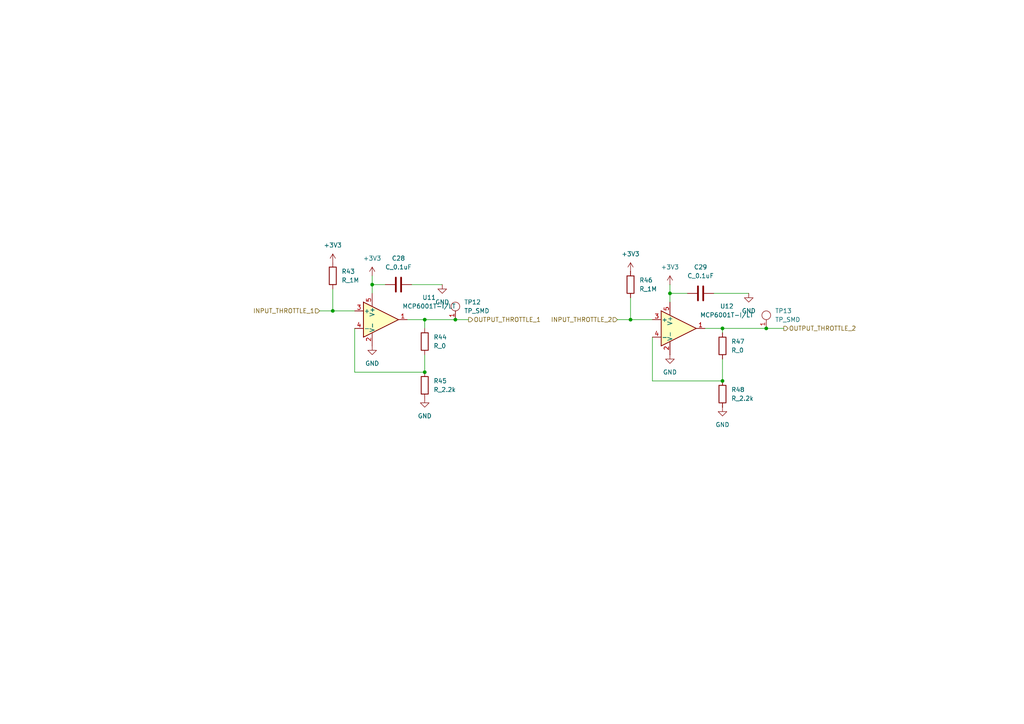
<source format=kicad_sch>
(kicad_sch (version 20250114) (generator "eeschema") (generator_version "9.0")
  (paper "A4")
  (title_block (title "Throttle Position Sensor") (comment 1 "By Leo Liao"))
  (lib_symbols
    (symbol "OEM:C_0.1uF_16V_0603" (pin_numbers (hide yes)) (pin_names (offset 0.254))
      (property "Reference" "C" (at 0.635 2.54 0))
      (property "Value" "C_0.1uF_16V" (at 0.635 -2.54 0))
      (symbol "C_0.1uF_16V_0603_0_1"
        (polyline (pts (xy -2.032 0.762) (xy 2.032 0.762)) (stroke (width 0.508)))
        (polyline (pts (xy -2.032 -0.762) (xy 2.032 -0.762)) (stroke (width 0.508)))
      )
      (symbol "C_0.1uF_16V_0603_1_1"
        (pin passive line (at 0 3.81 270) (length 2.794) (name "~") (number "1"))
        (pin passive line (at 0 -3.81 90) (length 2.794) (name "~") (number "2"))
      )
    )
    (symbol "OEM:R_0_0.1W_0603" (pin_numbers (hide yes)) (pin_names (offset 0))
      (property "Reference" "R" (at 2.032 0 90))
      (property "Value" "R_0" (at 0 0 90))
      (symbol "R_0_0.1W_0603_0_1"
        (rectangle (start -1.016 -2.54) (end 1.016 2.54) (stroke (width 0.254)))
      )
      (symbol "R_0_0.1W_0603_1_1"
        (pin passive line (at 0 3.81 270) (length 1.27) (name "~") (number "1"))
        (pin passive line (at 0 -3.81 90) (length 1.27) (name "~") (number "2"))
      )
    )
    (symbol "OEM:R_1M_0.1W_0603" (pin_numbers (hide yes)) (pin_names (offset 0))
      (property "Reference" "R" (at 2.032 0 90))
      (property "Value" "R_1M" (at 0 0 90))
      (symbol "R_1M_0.1W_0603_0_1"
        (rectangle (start -1.016 -2.54) (end 1.016 2.54) (stroke (width 0.254)))
      )
      (symbol "R_1M_0.1W_0603_1_1"
        (pin passive line (at 0 3.81 270) (length 1.27) (name "~") (number "1"))
        (pin passive line (at 0 -3.81 90) (length 1.27) (name "~") (number "2"))
      )
    )
    (symbol "OEM:R_2.2k_0.1W_0603" (pin_numbers (hide yes)) (pin_names (offset 0))
      (property "Reference" "R" (at 2.032 0 90))
      (property "Value" "R_2.2k" (at 0 0 90))
      (symbol "R_2.2k_0.1W_0603_0_1"
        (rectangle (start -1.016 -2.54) (end 1.016 2.54) (stroke (width 0.254)))
      )
      (symbol "R_2.2k_0.1W_0603_1_1"
        (pin passive line (at 0 3.81 270) (length 1.27) (name "~") (number "1"))
        (pin passive line (at 0 -3.81 90) (length 1.27) (name "~") (number "2"))
      )
    )
    (symbol "OEM:TP_Hook_SMD" (pin_names (offset 1.016))
      (property "Reference" "TP" (at 0 7.62 0))
      (property "Value" "TP_SMD" (at 1.27 5.08 0))
      (symbol "TP_Hook_SMD_1_1"
        (circle (center 0 2.54) (radius 1.27))
        (pin input line (at 0 -1.27 90) (length 2.54) (name "~") (number "1"))
      )
    )
    (symbol "OEM:U_OpAmp_MCP6001T-ILT_SOT-353" (pin_names (offset 0.127))
      (property "Reference" "U" (at 0 5.08 0))
      (property "Value" "MCP6001T-I/LT" (at 0 -5.08 0))
      (symbol "U_OpAmp_MCP6001T-ILT_SOT-353_0_1"
        (polyline (pts (xy -5.08 5.08) (xy 5.08 0) (xy -5.08 -5.08) (xy -5.08 5.08)) (stroke (width 0.254)) (fill (type background)))
        (pin power_in line (at -2.54 7.62 270) (length 3.81) (name "V+") (number "5"))
        (pin power_in line (at -2.54 -7.62 90) (length 3.81) (name "V-") (number "2"))
      )
      (symbol "U_OpAmp_MCP6001T-ILT_SOT-353_1_1"
        (pin input line (at -7.62 2.54 0) (length 2.54) (name "+") (number "3"))
        (pin input line (at -7.62 -2.54 0) (length 2.54) (name "-") (number "4"))
        (pin output line (at 7.62 0 180) (length 2.54) (name "~") (number "1"))
      )
    )
    (symbol "power:+3V3" (power) (pin_numbers (hide yes)) (pin_names (offset 0) (hide yes))
      (property "Value" "+3V3" (at 0 3.556 0))
      (symbol "+3V3_0_1"
        (polyline (pts (xy -0.762 1.27) (xy 0 2.54)))
        (polyline (pts (xy 0 2.54) (xy 0.762 1.27)))
        (polyline (pts (xy 0 0) (xy 0 2.54)))
      )
      (symbol "+3V3_1_1"
        (pin power_in line (at 0 0 90) (length 0) (name "~") (number "1"))
      )
    )
    (symbol "power:GND" (power) (pin_numbers (hide yes)) (pin_names (offset 0) (hide yes))
      (property "Value" "GND" (at 0 -3.81 0))
      (symbol "GND_0_1"
        (polyline (pts (xy 0 0) (xy 0 -1.27) (xy 1.27 -1.27) (xy 0 -2.54) (xy -1.27 -1.27) (xy 0 -1.27)))
      )
      (symbol "GND_1_1"
        (pin power_in line (at 0 0 270) (length 0) (name "~") (number "1"))
      )
    )
  )
  (junction (at 123.19 107.95))
  (junction (at 222.25 95.25))
  (junction (at 194.31 85.09))
  (junction (at 107.95 82.55))
  (junction (at 182.88 92.71))
  (junction (at 96.52 90.17))
  (junction (at 132.08 92.71))
  (junction (at 209.55 110.49))
  (junction (at 123.19 92.71))
  (junction (at 209.55 95.25))
  (wire (pts (xy 107.95 82.55) (xy 111.76 82.55)))
  (wire (pts (xy 199.39 85.09) (xy 194.31 85.09)))
  (wire (pts (xy 96.52 90.17) (xy 102.87 90.17)))
  (wire (pts (xy 194.31 82.55) (xy 194.31 85.09)))
  (wire (pts (xy 182.88 86.36) (xy 182.88 92.71)))
  (wire (pts (xy 118.11 92.71) (xy 123.19 92.71)))
  (wire (pts (xy 209.55 104.14) (xy 209.55 110.49)))
  (wire (pts (xy 209.55 110.49) (xy 189.23 110.49)))
  (wire (pts (xy 209.55 95.25) (xy 222.25 95.25)))
  (wire (pts (xy 107.95 80.01) (xy 107.95 82.55)))
  (wire (pts (xy 189.23 110.49) (xy 189.23 97.79)))
  (wire (pts (xy 207.01 85.09) (xy 217.17 85.09)))
  (wire (pts (xy 123.19 102.87) (xy 123.19 107.95)))
  (wire (pts (xy 128.27 82.55) (xy 119.38 82.55)))
  (wire (pts (xy 123.19 107.95) (xy 102.87 107.95)))
  (wire (pts (xy 222.25 95.25) (xy 227.33 95.25)))
  (wire (pts (xy 179.07 92.71) (xy 182.88 92.71)))
  (wire (pts (xy 102.87 107.95) (xy 102.87 95.25)))
  (wire (pts (xy 182.88 92.71) (xy 189.23 92.71)))
  (wire (pts (xy 107.95 82.55) (xy 107.95 85.09)))
  (wire (pts (xy 92.71 90.17) (xy 96.52 90.17)))
  (wire (pts (xy 194.31 85.09) (xy 194.31 87.63)))
  (wire (pts (xy 96.52 83.82) (xy 96.52 90.17)))
  (wire (pts (xy 132.08 92.71) (xy 135.89 92.71)))
  (wire (pts (xy 209.55 95.25) (xy 209.55 96.52)))
  (wire (pts (xy 123.19 95.25) (xy 123.19 92.71)))
  (wire (pts (xy 123.19 92.71) (xy 132.08 92.71)))
  (wire (pts (xy 204.47 95.25) (xy 209.55 95.25)))
  (hierarchical_label "INPUT_THROTTLE_1" (shape input) (at 92.71 90.17 180))
  (hierarchical_label "INPUT_THROTTLE_2" (shape input) (at 179.07 92.71 180))
  (hierarchical_label "OUTPUT_THROTTLE_2" (shape output) (at 227.33 95.25 0))
  (hierarchical_label "OUTPUT_THROTTLE_1" (shape output) (at 135.89 92.71 0))
  (symbol (lib_id "power:+3V3") (at 96.52 76.2 0) (unit 1)
    (property "Reference" "#PWR?" (effects (hide yes)))
    (property "Value" "+3V3" (at 96.52 71.12 0))
    (property "Description" "Power symbol creates a global label with name \"+3V3\"" (effects (hide yes)))
  )
  (symbol (lib_id "power:GND") (at 194.31 102.87 0) (unit 1)
    (property "Reference" "#PWR?" (effects (hide yes)))
    (property "Value" "GND" (at 194.31 107.95 0))
    (property "Description" "Power symbol creates a global label with name \"GND\" , ground" (effects (hide yes)))
  )
  (symbol (lib_id "OEM:R_2.2k_0.1W_0603") (at 123.19 111.76 0) (unit 1)
    (property "Reference" "R45" (at 125.73 110.4899 0) (effects (justify left)))
    (property "Value" "R_2.2k" (at 125.73 113.0299 0) (effects (justify left)))
    (property "Footprint" "OEM:R_0603_1608Metric" (effects (hide yes)))
    (property "Datasheet" "https://www.mouser.com/datasheet/3/317/1/ASC_WR.pdf" (effects (hide yes)))
    (property "Description" "RES 2.2K OHM 5% 1/10W 0603" (effects (hide yes)))
    (property "MPN" "WR06X222 JTL" (effects (hide yes)))
  )
  (symbol (lib_id "OEM:TP_Hook_SMD") (at 222.25 93.98 0) (unit 1)
    (property "Reference" "TP13" (at 224.79 90.1699 0) (effects (justify left)))
    (property "Value" "TP_SMD" (at 224.79 92.7099 0) (effects (justify left)))
    (property "Footprint" "OEM:TP_Hook_SMD" (effects (hide yes)))
    (property "Datasheet" "https://www.mouser.com/datasheet/3/201/1/5019.PDF" (effects (hide yes)))
    (property "Description" "Test Point SMD Hook" (effects (hide yes)))
    (property "MPN" "5019" (effects (hide yes)))
  )
  (symbol (lib_id "power:GND") (at 209.55 118.11 0) (unit 1)
    (property "Reference" "#PWR?" (effects (hide yes)))
    (property "Value" "GND" (at 209.55 123.19 0))
    (property "Description" "Power symbol creates a global label with name \"GND\" , ground" (effects (hide yes)))
  )
  (symbol (lib_id "OEM:R_0_0.1W_0603") (at 209.55 100.33 0) (unit 1)
    (property "Reference" "R47" (at 212.09 99.0599 0) (effects (justify left)))
    (property "Value" "R_0" (at 212.09 101.5999 0) (effects (justify left)))
    (property "Footprint" "OEM:R_0603_1608Metric" (effects (hide yes)))
    (property "Datasheet" "https://www.mouser.com/datasheet/3/1099/1/SEI-RMCF_RMCP.pdf" (effects (hide yes)))
    (property "Description" "RES 0 OHM JUMPER 1/10W 0603" (effects (hide yes)))
    (property "MPN" "RMCF0603ZT0R00" (effects (hide yes)))
  )
  (symbol (lib_id "power:+3V3") (at 194.31 82.55 0) (unit 1)
    (property "Reference" "#PWR?" (effects (hide yes)))
    (property "Value" "+3V3" (at 194.31 77.47 0))
    (property "Description" "Power symbol creates a global label with name \"+3V3\"" (effects (hide yes)))
  )
  (symbol (lib_id "OEM:C_0.1uF_16V_0603") (at 203.2 85.09 90) (unit 1)
    (property "Reference" "C29" (at 203.2 77.47 90))
    (property "Value" "C_0.1uF" (at 203.2 80.01 90))
    (property "Footprint" "OEM:C_0603_1608Metric" (effects (hide yes)))
    (property "Datasheet" "https://www.mouser.com/datasheet/3/72/1/KEM_C1005_Y5V_SMD.pdf" (effects (hide yes)))
    (property "Description" "CAP CER 0.1UF 16V Y5V 0603" (effects (hide yes)))
    (property "MPN" "C0603C104Z4VACTU" (effects (hide yes)))
  )
  (symbol (lib_id "OEM:U_OpAmp_MCP6001T-ILT_SOT-353") (at 110.49 92.71 0) (unit 1)
    (property "Reference" "U11" (at 124.46 86.2898 0))
    (property "Value" "MCP6001T-I/LT" (at 124.46 88.8298 0))
    (property "Footprint" "OEM:SOT-353_SC-70-5" (effects (hide yes)))
    (property "Datasheet" "https://www.mouser.com/datasheet/3/282/1/MCP6001-1R-1U-2-4-1-MHz-Low-Power-Op-Amp-DS20001733L.pdf" (effects (hide yes)))
    (property "Description" "IC OPAMP GP 1 CIRCUIT SC70-5" (effects (hide yes)))
    (property "MPN" "MCP6001T-I/LT" (effects (hide yes)))
  )
  (symbol (lib_id "power:GND") (at 128.27 82.55 0) (unit 1)
    (property "Reference" "#PWR?" (effects (hide yes)))
    (property "Value" "GND" (at 128.27 87.63 0))
    (property "Description" "Power symbol creates a global label with name \"GND\" , ground" (effects (hide yes)))
  )
  (symbol (lib_id "OEM:R_2.2k_0.1W_0603") (at 209.55 114.3 0) (unit 1)
    (property "Reference" "R48" (at 212.09 113.0299 0) (effects (justify left)))
    (property "Value" "R_2.2k" (at 212.09 115.5699 0) (effects (justify left)))
    (property "Footprint" "OEM:R_0603_1608Metric" (effects (hide yes)))
    (property "Datasheet" "https://www.mouser.com/datasheet/3/317/1/ASC_WR.pdf" (effects (hide yes)))
    (property "Description" "RES 2.2K OHM 5% 1/10W 0603" (effects (hide yes)))
    (property "MPN" "WR06X222 JTL" (effects (hide yes)))
  )
  (symbol (lib_id "power:GND") (at 217.17 85.09 0) (unit 1)
    (property "Reference" "#PWR?" (effects (hide yes)))
    (property "Value" "GND" (at 217.17 90.17 0))
    (property "Description" "Power symbol creates a global label with name \"GND\" , ground" (effects (hide yes)))
  )
  (symbol (lib_id "OEM:U_OpAmp_MCP6001T-ILT_SOT-353") (at 196.85 95.25 0) (unit 1)
    (property "Reference" "U12" (at 210.82 88.8298 0))
    (property "Value" "MCP6001T-I/LT" (at 210.82 91.3698 0))
    (property "Footprint" "OEM:SOT-353_SC-70-5" (effects (hide yes)))
    (property "Datasheet" "https://www.mouser.com/datasheet/3/282/1/MCP6001-1R-1U-2-4-1-MHz-Low-Power-Op-Amp-DS20001733L.pdf" (effects (hide yes)))
    (property "Description" "IC OPAMP GP 1 CIRCUIT SC70-5" (effects (hide yes)))
    (property "MPN" "MCP6001T-I/LT" (effects (hide yes)))
  )
  (symbol (lib_id "power:GND") (at 123.19 115.57 0) (unit 1)
    (property "Reference" "#PWR?" (effects (hide yes)))
    (property "Value" "GND" (at 123.19 120.65 0))
    (property "Description" "Power symbol creates a global label with name \"GND\" , ground" (effects (hide yes)))
  )
  (symbol (lib_id "OEM:TP_Hook_SMD") (at 132.08 91.44 0) (unit 1)
    (property "Reference" "TP12" (at 134.62 87.6299 0) (effects (justify left)))
    (property "Value" "TP_SMD" (at 134.62 90.1699 0) (effects (justify left)))
    (property "Footprint" "OEM:TP_Hook_SMD" (effects (hide yes)))
    (property "Datasheet" "https://www.mouser.com/datasheet/3/201/1/5019.PDF" (effects (hide yes)))
    (property "Description" "Test Point SMD Hook" (effects (hide yes)))
    (property "MPN" "5019" (effects (hide yes)))
  )
  (symbol (lib_id "power:+3V3") (at 182.88 78.74 0) (unit 1)
    (property "Reference" "#PWR?" (effects (hide yes)))
    (property "Value" "+3V3" (at 182.88 73.66 0))
    (property "Description" "Power symbol creates a global label with name \"+3V3\"" (effects (hide yes)))
  )
  (symbol (lib_id "power:GND") (at 107.95 100.33 0) (unit 1)
    (property "Reference" "#PWR?" (effects (hide yes)))
    (property "Value" "GND" (at 107.95 105.41 0))
    (property "Description" "Power symbol creates a global label with name \"GND\" , ground" (effects (hide yes)))
  )
  (symbol (lib_id "OEM:R_1M_0.1W_0603") (at 96.52 80.01 0) (unit 1)
    (property "Reference" "R43" (at 99.06 78.7399 0) (effects (justify left)))
    (property "Value" "R_1M" (at 99.06 81.2799 0) (effects (justify left)))
    (property "Footprint" "OEM:R_0603_1608Metric" (effects (hide yes)))
    (property "Datasheet" "https://www.mouser.com/datasheet/3/317/1/ASC_WR.pdf" (effects (hide yes)))
    (property "Description" "RES 1M OHM 1% 1/10W 0603" (effects (hide yes)))
    (property "MPN" "WR06X1004FTL" (effects (hide yes)))
  )
  (symbol (lib_id "OEM:R_1M_0.1W_0603") (at 182.88 82.55 0) (unit 1)
    (property "Reference" "R46" (at 185.42 81.2799 0) (effects (justify left)))
    (property "Value" "R_1M" (at 185.42 83.8199 0) (effects (justify left)))
    (property "Footprint" "OEM:R_0603_1608Metric" (effects (hide yes)))
    (property "Datasheet" "https://www.mouser.com/datasheet/3/317/1/ASC_WR.pdf" (effects (hide yes)))
    (property "Description" "RES 1M OHM 1% 1/10W 0603" (effects (hide yes)))
    (property "MPN" "WR06X1004FTL" (effects (hide yes)))
  )
  (symbol (lib_id "OEM:R_0_0.1W_0603") (at 123.19 99.06 0) (unit 1)
    (property "Reference" "R44" (at 125.73 97.7899 0) (effects (justify left)))
    (property "Value" "R_0" (at 125.73 100.3299 0) (effects (justify left)))
    (property "Footprint" "OEM:R_0603_1608Metric" (effects (hide yes)))
    (property "Datasheet" "https://www.mouser.com/datasheet/3/1099/1/SEI-RMCF_RMCP.pdf" (effects (hide yes)))
    (property "Description" "RES 0 OHM JUMPER 1/10W 0603" (effects (hide yes)))
    (property "MPN" "RMCF0603ZT0R00" (effects (hide yes)))
  )
  (symbol (lib_id "power:+3V3") (at 107.95 80.01 0) (unit 1)
    (property "Reference" "#PWR?" (effects (hide yes)))
    (property "Value" "+3V3" (at 107.95 74.93 0))
    (property "Description" "Power symbol creates a global label with name \"+3V3\"" (effects (hide yes)))
  )
  (symbol (lib_id "OEM:C_0.1uF_16V_0603") (at 115.57 82.55 90) (unit 1)
    (property "Reference" "C28" (at 115.57 74.93 90))
    (property "Value" "C_0.1uF" (at 115.57 77.47 90))
    (property "Footprint" "OEM:C_0603_1608Metric" (effects (hide yes)))
    (property "Datasheet" "https://www.mouser.com/datasheet/3/72/1/KEM_C1005_Y5V_SMD.pdf" (effects (hide yes)))
    (property "Description" "CAP CER 0.1UF 16V Y5V 0603" (effects (hide yes)))
    (property "MPN" "C0603C104Z4VACTU" (effects (hide yes)))
  )
)
</source>
